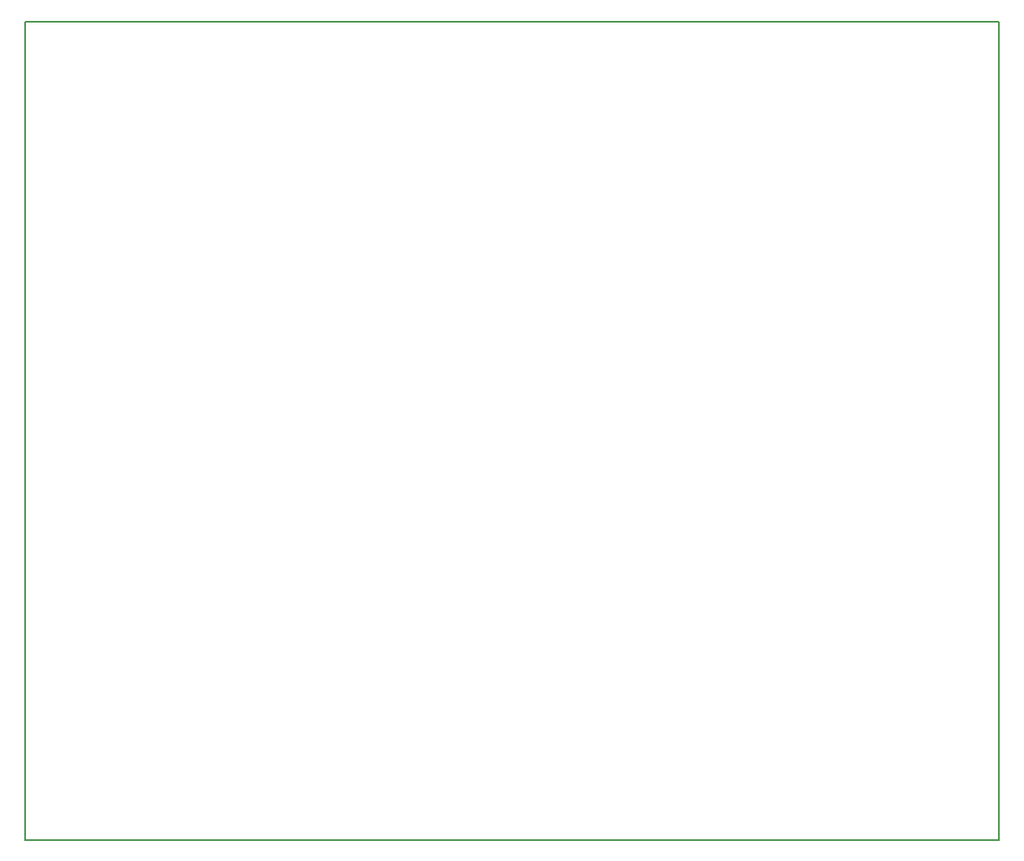
<source format=gko>
G04 #@! TF.FileFunction,Profile,NP*
%FSLAX46Y46*%
G04 Gerber Fmt 4.6, Leading zero omitted, Abs format (unit mm)*
G04 Created by KiCad (PCBNEW (2015-12-07 BZR 6353, Git 2667109)-product) date 06.01.2016 02:58:36*
%MOMM*%
G01*
G04 APERTURE LIST*
%ADD10C,0.100000*%
%ADD11C,0.150000*%
G04 APERTURE END LIST*
D10*
D11*
X178500000Y-40000000D02*
X80000000Y-40000000D01*
X80000000Y-122800000D02*
X178500000Y-122800000D01*
X178500000Y-40000000D02*
X178500000Y-122800000D01*
X80000000Y-40000000D02*
X80000000Y-122800000D01*
M02*

</source>
